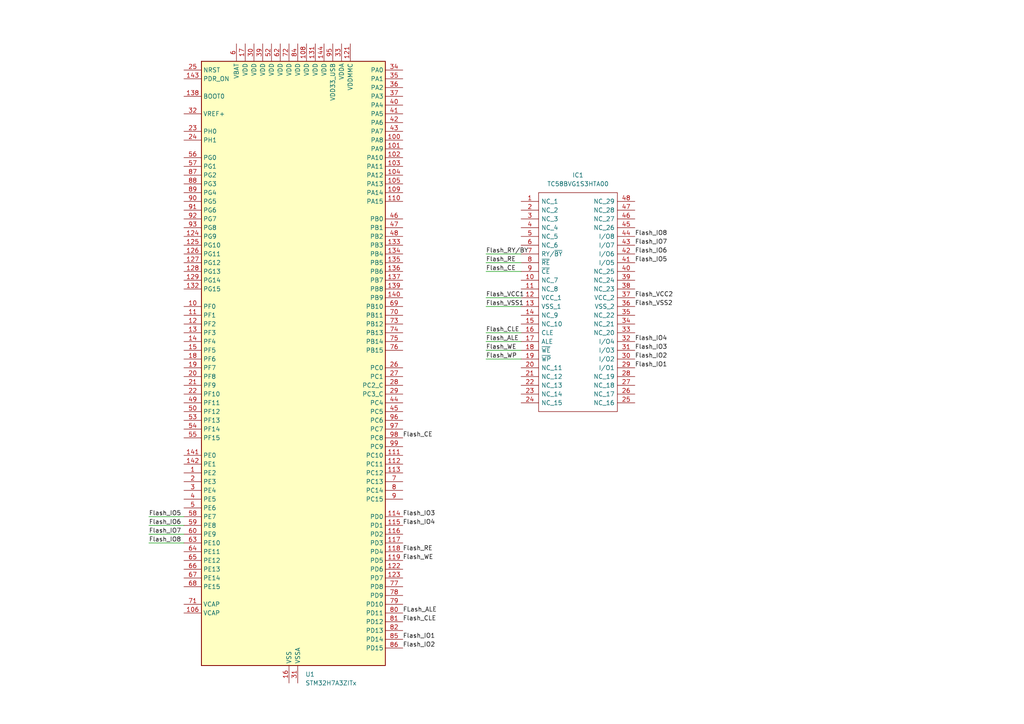
<source format=kicad_sch>
(kicad_sch (version 20231120) (generator "eeschema") (generator_version "8.0")
  (paper "A4")
  (lib_symbols
    (symbol "MCU_ST_STM32H7:STM32H7A3ZITx"
      (property "Reference" "U" (at -25.4 90.17 0))
      (property "Value" "STM32H7A3ZITx" (at 20.32 90.17 0))
      (symbol "STM32H7A3ZITx_0_1"
        (rectangle (start -25.4 -86.36) (end 27.94 88.9) (stroke (width 0.254)) (fill (type background)))
      )
      (symbol "STM32H7A3ZITx_1_1"
        (pin bidirectional line (at -30.48 -30.48 0) (length 5.08) (name "PE2") (number "1"))
        (pin bidirectional line (at -30.48 17.78 0) (length 5.08) (name "PF0") (number "10"))
        (pin bidirectional line (at 33.02 66.04 180) (length 5.08) (name "PA8") (number "100"))
        (pin bidirectional line (at 33.02 63.5 180) (length 5.08) (name "PA9") (number "101"))
        (pin bidirectional line (at 33.02 60.96 180) (length 5.08) (name "PA10") (number "102"))
        (pin bidirectional line (at 33.02 58.42 180) (length 5.08) (name "PA11") (number "103"))
        (pin bidirectional line (at 33.02 55.88 180) (length 5.08) (name "PA12") (number "104"))
        (pin bidirectional line (at 33.02 53.34 180) (length 5.08) (name "PA13") (number "105"))
        (pin power_out line (at -30.48 -71.12 0) (length 5.08) (name "VCAP") (number "106"))
        (pin passive line (at 0 -91.44 90) (length 5.08) hide (name "VSS") (number "107"))
        (pin power_in line (at 5.08 93.98 270) (length 5.08) (name "VDD") (number "108"))
        (pin bidirectional line (at 33.02 50.8 180) (length 5.08) (name "PA14") (number "109"))
        (pin bidirectional line (at -30.48 15.24 0) (length 5.08) (name "PF1") (number "11"))
        (pin bidirectional line (at 33.02 48.26 180) (length 5.08) (name "PA15") (number "110"))
        (pin bidirectional line (at 33.02 -25.4 180) (length 5.08) (name "PC10") (number "111"))
        (pin bidirectional line (at 33.02 -27.94 180) (length 5.08) (name "PC11") (number "112"))
        (pin bidirectional line (at 33.02 -30.48 180) (length 5.08) (name "PC12") (number "113"))
        (pin bidirectional line (at 33.02 -43.18 180) (length 5.08) (name "PD0") (number "114"))
        (pin bidirectional line (at 33.02 -45.72 180) (length 5.08) (name "PD1") (number "115"))
        (pin bidirectional line (at 33.02 -48.26 180) (length 5.08) (name "PD2") (number "116"))
        (pin bidirectional line (at 33.02 -50.8 180) (length 5.08) (name "PD3") (number "117"))
        (pin bidirectional line (at 33.02 -53.34 180) (length 5.08) (name "PD4") (number "118"))
        (pin bidirectional line (at 33.02 -55.88 180) (length 5.08) (name "PD5") (number "119"))
        (pin bidirectional line (at -30.48 12.7 0) (length 5.08) (name "PF2") (number "12"))
        (pin passive line (at 0 -91.44 90) (length 5.08) hide (name "VSS") (number "120"))
        (pin power_in line (at 17.78 93.98 270) (length 5.08) (name "VDDMMC") (number "121"))
        (pin bidirectional line (at 33.02 -58.42 180) (length 5.08) (name "PD6") (number "122"))
        (pin bidirectional line (at 33.02 -60.96 180) (length 5.08) (name "PD7") (number "123"))
        (pin bidirectional line (at -30.48 38.1 0) (length 5.08) (name "PG9") (number "124"))
        (pin bidirectional line (at -30.48 35.56 0) (length 5.08) (name "PG10") (number "125"))
        (pin bidirectional line (at -30.48 33.02 0) (length 5.08) (name "PG11") (number "126"))
        (pin bidirectional line (at -30.48 30.48 0) (length 5.08) (name "PG12") (number "127"))
        (pin bidirectional line (at -30.48 27.94 0) (length 5.08) (name "PG13") (number "128"))
        (pin bidirectional line (at -30.48 25.4 0) (length 5.08) (name "PG14") (number "129"))
        (pin bidirectional line (at -30.48 10.16 0) (length 5.08) (name "PF3") (number "13"))
        (pin passive line (at 0 -91.44 90) (length 5.08) hide (name "VSS") (number "130"))
        (pin power_in line (at 7.62 93.98 270) (length 5.08) (name "VDD") (number "131"))
        (pin bidirectional line (at -30.48 22.86 0) (length 5.08) (name "PG15") (number "132"))
        (pin bidirectional line (at 33.02 35.56 180) (length 5.08) (name "PB3") (number "133"))
        (pin bidirectional line (at 33.02 33.02 180) (length 5.08) (name "PB4") (number "134"))
        (pin bidirectional line (at 33.02 30.48 180) (length 5.08) (name "PB5") (number "135"))
        (pin bidirectional line (at 33.02 27.94 180) (length 5.08) (name "PB6") (number "136"))
        (pin bidirectional line (at 33.02 25.4 180) (length 5.08) (name "PB7") (number "137"))
        (pin input line (at -30.48 78.74 0) (length 5.08) (name "BOOT0") (number "138"))
        (pin bidirectional line (at 33.02 22.86 180) (length 5.08) (name "PB8") (number "139"))
        (pin bidirectional line (at -30.48 7.62 0) (length 5.08) (name "PF4") (number "14"))
        (pin bidirectional line (at 33.02 20.32 180) (length 5.08) (name "PB9") (number "140"))
        (pin bidirectional line (at -30.48 -25.4 0) (length 5.08) (name "PE0") (number "141"))
        (pin bidirectional line (at -30.48 -27.94 0) (length 5.08) (name "PE1") (number "142"))
        (pin input line (at -30.48 83.82 0) (length 5.08) (name "PDR_ON") (number "143"))
        (pin power_in line (at 10.16 93.98 270) (length 5.08) (name "VDD") (number "144"))
        (pin bidirectional line (at -30.48 5.08 0) (length 5.08) (name "PF5") (number "15"))
        (pin power_in line (at 0 -91.44 90) (length 5.08) (name "VSS") (number "16"))
        (pin power_in line (at -12.7 93.98 270) (length 5.08) (name "VDD") (number "17"))
        (pin bidirectional line (at -30.48 2.54 0) (length 5.08) (name "PF6") (number "18"))
        (pin bidirectional line (at -30.48 0 0) (length 5.08) (name "PF7") (number "19"))
        (pin bidirectional line (at -30.48 -33.02 0) (length 5.08) (name "PE3") (number "2"))
        (pin bidirectional line (at -30.48 -2.54 0) (length 5.08) (name "PF8") (number "20"))
        (pin bidirectional line (at -30.48 -5.08 0) (length 5.08) (name "PF9") (number "21"))
        (pin bidirectional line (at -30.48 -7.62 0) (length 5.08) (name "PF10") (number "22"))
        (pin bidirectional line (at -30.48 68.58 0) (length 5.08) (name "PH0") (number "23"))
        (pin bidirectional line (at -30.48 66.04 0) (length 5.08) (name "PH1") (number "24"))
        (pin input line (at -30.48 86.36 0) (length 5.08) (name "NRST") (number "25"))
        (pin bidirectional line (at 33.02 0 180) (length 5.08) (name "PC0") (number "26"))
        (pin bidirectional line (at 33.02 -2.54 180) (length 5.08) (name "PC1") (number "27"))
        (pin bidirectional line (at 33.02 -5.08 180) (length 5.08) (name "PC2_C") (number "28"))
        (pin bidirectional line (at 33.02 -7.62 180) (length 5.08) (name "PC3_C") (number "29"))
        (pin bidirectional line (at -30.48 -35.56 0) (length 5.08) (name "PE4") (number "3"))
        (pin power_in line (at -10.16 93.98 270) (length 5.08) (name "VDD") (number "30"))
        (pin power_in line (at 2.54 -91.44 90) (length 5.08) (name "VSSA") (number "31"))
        (pin input line (at -30.48 73.66 0) (length 5.08) (name "VREF+") (number "32"))
        (pin power_in line (at 15.24 93.98 270) (length 5.08) (name "VDDA") (number "33"))
        (pin bidirectional line (at 33.02 86.36 180) (length 5.08) (name "PA0") (number "34"))
        (pin bidirectional line (at 33.02 83.82 180) (length 5.08) (name "PA1") (number "35"))
        (pin bidirectional line (at 33.02 81.28 180) (length 5.08) (name "PA2") (number "36"))
        (pin bidirectional line (at 33.02 78.74 180) (length 5.08) (name "PA3") (number "37"))
        (pin passive line (at 0 -91.44 90) (length 5.08) hide (name "VSS") (number "38"))
        (pin power_in line (at -7.62 93.98 270) (length 5.08) (name "VDD") (number "39"))
        (pin bidirectional line (at -30.48 -38.1 0) (length 5.08) (name "PE5") (number "4"))
        (pin bidirectional line (at 33.02 76.2 180) (length 5.08) (name "PA4") (number "40"))
        (pin bidirectional line (at 33.02 73.66 180) (length 5.08) (name "PA5") (number "41"))
        (pin bidirectional line (at 33.02 71.12 180) (length 5.08) (name "PA6") (number "42"))
        (pin bidirectional line (at 33.02 68.58 180) (length 5.08) (name "PA7") (number "43"))
        (pin bidirectional line (at 33.02 -10.16 180) (length 5.08) (name "PC4") (number "44"))
        (pin bidirectional line (at 33.02 -12.7 180) (length 5.08) (name "PC5") (number "45"))
        (pin bidirectional line (at 33.02 43.18 180) (length 5.08) (name "PB0") (number "46"))
        (pin bidirectional line (at 33.02 40.64 180) (length 5.08) (name "PB1") (number "47"))
        (pin bidirectional line (at 33.02 38.1 180) (length 5.08) (name "PB2") (number "48"))
        (pin bidirectional line (at -30.48 -10.16 0) (length 5.08) (name "PF11") (number "49"))
        (pin bidirectional line (at -30.48 -40.64 0) (length 5.08) (name "PE6") (number "5"))
        (pin bidirectional line (at -30.48 -12.7 0) (length 5.08) (name "PF12") (number "50"))
        (pin passive line (at 0 -91.44 90) (length 5.08) hide (name "VSS") (number "51"))
        (pin power_in line (at -5.08 93.98 270) (length 5.08) (name "VDD") (number "52"))
        (pin bidirectional line (at -30.48 -15.24 0) (length 5.08) (name "PF13") (number "53"))
        (pin bidirectional line (at -30.48 -17.78 0) (length 5.08) (name "PF14") (number "54"))
        (pin bidirectional line (at -30.48 -20.32 0) (length 5.08) (name "PF15") (number "55"))
        (pin bidirectional line (at -30.48 60.96 0) (length 5.08) (name "PG0") (number "56"))
        (pin bidirectional line (at -30.48 58.42 0) (length 5.08) (name "PG1") (number "57"))
        (pin bidirectional line (at -30.48 -43.18 0) (length 5.08) (name "PE7") (number "58"))
        (pin bidirectional line (at -30.48 -45.72 0) (length 5.08) (name "PE8") (number "59"))
        (pin power_in line (at -15.24 93.98 270) (length 5.08) (name "VBAT") (number "6"))
        (pin bidirectional line (at -30.48 -48.26 0) (length 5.08) (name "PE9") (number "60"))
        (pin passive line (at 0 -91.44 90) (length 5.08) hide (name "VSS") (number "61"))
        (pin power_in line (at -2.54 93.98 270) (length 5.08) (name "VDD") (number "62"))
        (pin bidirectional line (at -30.48 -50.8 0) (length 5.08) (name "PE10") (number "63"))
        (pin bidirectional line (at -30.48 -53.34 0) (length 5.08) (name "PE11") (number "64"))
        (pin bidirectional line (at -30.48 -55.88 0) (length 5.08) (name "PE12") (number "65"))
        (pin bidirectional line (at -30.48 -58.42 0) (length 5.08) (name "PE13") (number "66"))
        (pin bidirectional line (at -30.48 -60.96 0) (length 5.08) (name "PE14") (number "67"))
        (pin bidirectional line (at -30.48 -63.5 0) (length 5.08) (name "PE15") (number "68"))
        (pin bidirectional line (at 33.02 17.78 180) (length 5.08) (name "PB10") (number "69"))
        (pin bidirectional line (at 33.02 -33.02 180) (length 5.08) (name "PC13") (number "7"))
        (pin bidirectional line (at 33.02 15.24 180) (length 5.08) (name "PB11") (number "70"))
        (pin power_out line (at -30.48 -68.58 0) (length 5.08) (name "VCAP") (number "71"))
        (pin power_in line (at 0 93.98 270) (length 5.08) (name "VDD") (number "72"))
        (pin bidirectional line (at 33.02 12.7 180) (length 5.08) (name "PB12") (number "73"))
        (pin bidirectional line (at 33.02 10.16 180) (length 5.08) (name "PB13") (number "74"))
        (pin bidirectional line (at 33.02 7.62 180) (length 5.08) (name "PB14") (number "75"))
        (pin bidirectional line (at 33.02 5.08 180) (length 5.08) (name "PB15") (number "76"))
        (pin bidirectional line (at 33.02 -63.5 180) (length 5.08) (name "PD8") (number "77"))
        (pin bidirectional line (at 33.02 -66.04 180) (length 5.08) (name "PD9") (number "78"))
        (pin bidirectional line (at 33.02 -68.58 180) (length 5.08) (name "PD10") (number "79"))
        (pin bidirectional line (at 33.02 -35.56 180) (length 5.08) (name "PC14") (number "8"))
        (pin bidirectional line (at 33.02 -71.12 180) (length 5.08) (name "PD11") (number "80"))
        (pin bidirectional line (at 33.02 -73.66 180) (length 5.08) (name "PD12") (number "81"))
        (pin bidirectional line (at 33.02 -76.2 180) (length 5.08) (name "PD13") (number "82"))
        (pin passive line (at 0 -91.44 90) (length 5.08) hide (name "VSS") (number "83"))
        (pin power_in line (at 2.54 93.98 270) (length 5.08) (name "VDD") (number "84"))
        (pin bidirectional line (at 33.02 -78.74 180) (length 5.08) (name "PD14") (number "85"))
        (pin bidirectional line (at 33.02 -81.28 180) (length 5.08) (name "PD15") (number "86"))
        (pin bidirectional line (at -30.48 55.88 0) (length 5.08) (name "PG2") (number "87"))
        (pin bidirectional line (at -30.48 53.34 0) (length 5.08) (name "PG3") (number "88"))
        (pin bidirectional line (at -30.48 50.8 0) (length 5.08) (name "PG4") (number "89"))
        (pin bidirectional line (at 33.02 -38.1 180) (length 5.08) (name "PC15") (number "9"))
        (pin bidirectional line (at -30.48 48.26 0) (length 5.08) (name "PG5") (number "90"))
        (pin bidirectional line (at -30.48 45.72 0) (length 5.08) (name "PG6") (number "91"))
        (pin bidirectional line (at -30.48 43.18 0) (length 5.08) (name "PG7") (number "92"))
        (pin bidirectional line (at -30.48 40.64 0) (length 5.08) (name "PG8") (number "93"))
        (pin passive line (at 0 -91.44 90) (length 5.08) hide (name "VSS") (number "94"))
        (pin power_in line (at 12.7 93.98 270) (length 5.08) (name "VDD33_USB") (number "95"))
        (pin bidirectional line (at 33.02 -15.24 180) (length 5.08) (name "PC6") (number "96"))
        (pin bidirectional line (at 33.02 -17.78 180) (length 5.08) (name "PC7") (number "97"))
        (pin bidirectional line (at 33.02 -20.32 180) (length 5.08) (name "PC8") (number "98"))
        (pin bidirectional line (at 33.02 -22.86 180) (length 5.08) (name "PC9") (number "99"))
      )
    )
    (symbol "TC58BVG1S3HTA00:TC58BVG1S3HTA00" (pin_names (offset 0.762))
      (property "Reference" "IC" (at 29.21 7.62 0))
      (property "Value" "TC58BVG1S3HTA00" (at 29.21 5.08 0))
      (symbol "TC58BVG1S3HTA00_0_0"
        (pin passive line (at 0 0 0) (length 5.08) (name "NC_1") (number "1"))
        (pin passive line (at 0 -22.86 0) (length 5.08) (name "NC_7") (number "10"))
        (pin passive line (at 0 -25.4 0) (length 5.08) (name "NC_8") (number "11"))
        (pin passive line (at 0 -27.94 0) (length 5.08) (name "VCC_1") (number "12"))
        (pin passive line (at 0 -30.48 0) (length 5.08) (name "VSS_1") (number "13"))
        (pin passive line (at 0 -33.02 0) (length 5.08) (name "NC_9") (number "14"))
        (pin passive line (at 0 -35.56 0) (length 5.08) (name "NC_10") (number "15"))
        (pin passive line (at 0 -38.1 0) (length 5.08) (name "CLE") (number "16"))
        (pin passive line (at 0 -40.64 0) (length 5.08) (name "ALE") (number "17"))
        (pin passive line (at 0 -43.18 0) (length 5.08) (name "~{WE}") (number "18"))
        (pin passive line (at 0 -45.72 0) (length 5.08) (name "~{WP}") (number "19"))
        (pin passive line (at 0 -2.54 0) (length 5.08) (name "NC_2") (number "2"))
        (pin passive line (at 0 -48.26 0) (length 5.08) (name "NC_11") (number "20"))
        (pin passive line (at 0 -50.8 0) (length 5.08) (name "NC_12") (number "21"))
        (pin passive line (at 0 -53.34 0) (length 5.08) (name "NC_13") (number "22"))
        (pin passive line (at 0 -55.88 0) (length 5.08) (name "NC_14") (number "23"))
        (pin passive line (at 0 -58.42 0) (length 5.08) (name "NC_15") (number "24"))
        (pin passive line (at 33.02 -58.42 180) (length 5.08) (name "NC_16") (number "25"))
        (pin passive line (at 33.02 -55.88 180) (length 5.08) (name "NC_17") (number "26"))
        (pin passive line (at 33.02 -53.34 180) (length 5.08) (name "NC_18") (number "27"))
        (pin passive line (at 33.02 -50.8 180) (length 5.08) (name "NC_19") (number "28"))
        (pin passive line (at 33.02 -48.26 180) (length 5.08) (name "I/O1") (number "29"))
        (pin passive line (at 0 -5.08 0) (length 5.08) (name "NC_3") (number "3"))
        (pin passive line (at 33.02 -45.72 180) (length 5.08) (name "I/O2") (number "30"))
        (pin passive line (at 33.02 -43.18 180) (length 5.08) (name "I/O3") (number "31"))
        (pin passive line (at 33.02 -40.64 180) (length 5.08) (name "I/O4") (number "32"))
        (pin passive line (at 33.02 -38.1 180) (length 5.08) (name "NC_20") (number "33"))
        (pin passive line (at 33.02 -35.56 180) (length 5.08) (name "NC_21") (number "34"))
        (pin passive line (at 33.02 -33.02 180) (length 5.08) (name "NC_22") (number "35"))
        (pin passive line (at 33.02 -30.48 180) (length 5.08) (name "VSS_2") (number "36"))
        (pin passive line (at 33.02 -27.94 180) (length 5.08) (name "VCC_2") (number "37"))
        (pin passive line (at 33.02 -25.4 180) (length 5.08) (name "NC_23") (number "38"))
        (pin passive line (at 33.02 -22.86 180) (length 5.08) (name "NC_24") (number "39"))
        (pin passive line (at 0 -7.62 0) (length 5.08) (name "NC_4") (number "4"))
        (pin passive line (at 33.02 -20.32 180) (length 5.08) (name "NC_25") (number "40"))
        (pin passive line (at 33.02 -17.78 180) (length 5.08) (name "I/O5") (number "41"))
        (pin passive line (at 33.02 -15.24 180) (length 5.08) (name "I/O6") (number "42"))
        (pin passive line (at 33.02 -12.7 180) (length 5.08) (name "I/O7") (number "43"))
        (pin passive line (at 33.02 -10.16 180) (length 5.08) (name "I/O8") (number "44"))
        (pin passive line (at 33.02 -7.62 180) (length 5.08) (name "NC_26") (number "45"))
        (pin passive line (at 33.02 -5.08 180) (length 5.08) (name "NC_27") (number "46"))
        (pin passive line (at 33.02 -2.54 180) (length 5.08) (name "NC_28") (number "47"))
        (pin passive line (at 33.02 0 180) (length 5.08) (name "NC_29") (number "48"))
        (pin passive line (at 0 -10.16 0) (length 5.08) (name "NC_5") (number "5"))
        (pin passive line (at 0 -12.7 0) (length 5.08) (name "NC_6") (number "6"))
        (pin passive line (at 0 -15.24 0) (length 5.08) (name "RY/~{BY}") (number "7"))
        (pin passive line (at 0 -17.78 0) (length 5.08) (name "~{RE}") (number "8"))
        (pin passive line (at 0 -20.32 0) (length 5.08) (name "~{CE}") (number "9"))
      )
      (symbol "TC58BVG1S3HTA00_0_1"
        (polyline (pts (xy 5.08 2.54) (xy 27.94 2.54) (xy 27.94 -60.96) (xy 5.08 -60.96) (xy 5.08 2.54)) (stroke (width 0.1524)))
      )
    )
  )
  (wire (pts (xy 43.18 154.94) (xy 53.34 154.94)))
  (wire (pts (xy 140.97 86.36) (xy 151.13 86.36)))
  (wire (pts (xy 140.97 101.6) (xy 151.13 101.6)))
  (wire (pts (xy 140.97 96.52) (xy 151.13 96.52)))
  (wire (pts (xy 140.97 88.9) (xy 151.13 88.9)))
  (wire (pts (xy 140.97 78.74) (xy 151.13 78.74)))
  (wire (pts (xy 43.18 149.86) (xy 53.34 149.86)))
  (wire (pts (xy 43.18 157.48) (xy 53.34 157.48)))
  (wire (pts (xy 140.97 99.06) (xy 151.13 99.06)))
  (wire (pts (xy 43.18 152.4) (xy 53.34 152.4)))
  (wire (pts (xy 140.97 76.2) (xy 151.13 76.2)))
  (wire (pts (xy 140.97 104.14) (xy 151.13 104.14)))
  (wire (pts (xy 140.97 73.66) (xy 151.13 73.66)))
  (label "Flash_WE" (at 116.84 162.56 0))
  (label "Flash_IO8" (at 184.15 68.58 0))
  (label "Flash_RY{slash}BY" (at 140.97 73.66 0))
  (label "Flash_RE" (at 140.97 76.2 0))
  (label "Flash_CLE" (at 116.84 180.34 0))
  (label "Flash_IO7" (at 184.15 71.12 0))
  (label "Flash_RE" (at 116.84 160.02 0))
  (label "Flash_IO1" (at 116.84 185.42 0))
  (label "Flash_VCC2" (at 184.15 86.36 0))
  (label "Flash_CLE" (at 140.97 96.52 0))
  (label "Flash_WE" (at 140.97 101.6 0))
  (label "Flash_IO3" (at 184.15 101.6 0))
  (label "Flash_IO2" (at 116.84 187.96 0))
  (label "Flash_IO5" (at 43.18 149.86 0))
  (label "Flash_IO2" (at 184.15 104.14 0))
  (label "Flash_IO7" (at 43.18 154.94 0))
  (label "Flash_IO1" (at 184.15 106.68 0))
  (label "Flash_VCC1" (at 140.97 86.36 0))
  (label "FLash_ALE" (at 116.84 177.8 0))
  (label "Flash_IO5" (at 184.15 76.2 0))
  (label "Flash_IO8" (at 43.18 157.48 0))
  (label "Flash_WP" (at 140.97 104.14 0))
  (label "Flash_CE" (at 140.97 78.74 0))
  (label "Flash_IO4" (at 116.84 152.4 0))
  (label "Flash_ALE" (at 140.97 99.06 0))
  (label "Flash_IO4" (at 184.15 99.06 0))
  (label "Flash_IO6" (at 184.15 73.66 0))
  (label "Flash_IO3" (at 116.84 149.86 0))
  (label "Flash_VSS1" (at 140.97 88.9 0))
  (label "Flash_IO6" (at 43.18 152.4 0))
  (label "Flash_CE" (at 116.84 127 0))
  (label "Flash_VSS2" (at 184.15 88.9 0))
  (symbol (lib_id "TC58BVG1S3HTA00:TC58BVG1S3HTA00") (at 151.13 58.42 0) (unit 1)
    (property "Reference" "IC1" (at 167.64 50.8 0))
    (property "Value" "TC58BVG1S3HTA00" (at 167.64 53.34 0))
    (property "Footprint" "SOP50P2000X120-48N" (effects (hide yes)))
    (property "Datasheet" "https://www.arrow.com/en/products/tc58bvg1s3hta00/kioxia-corporation?region=nac" (effects (hide yes)))
    (property "Description" "NAND Flash 3.3V 2Gb 24nm SLC NAND (EEPROM)" (effects (hide yes)))
    (property "Description_1" "NAND Flash 3.3V 2Gb 24nm SLC NAND (EEPROM)" (effects (hide yes)))
    (property "Height" "1.2" (effects (hide yes)))
    (property "Manufacturer_Name" "KIOXIA Corporation" (effects (hide yes)))
    (property "Manufacturer_Part_Number" "TC58BVG1S3HTA00" (effects (hide yes)))
    (property "Arrow Part Number" "TC58BVG1S3HTA00" (effects (hide yes)))
    (property "Arrow Price/Stock" "https://www.arrow.com/en/products/tc58bvg1s3hta00/kioxia-corporation?region=nac" (effects (hide yes)))
  )
  (symbol (lib_id "MCU_ST_STM32H7:STM32H7A3ZITx") (at 83.82 106.68 0) (unit 1)
    (property "Reference" "U1" (at 88.5541 195.58 0) (effects (justify left)))
    (property "Value" "STM32H7A3ZITx" (at 88.5541 198.12 0) (effects (justify left)))
    (property "Footprint" "Package_QFP:LQFP-144_20x20mm_P0.5mm" (effects (hide yes)))
    (property "Datasheet" "https://www.st.com/resource/en/datasheet/stm32h7a3zi.pdf" (effects (hide yes)))
    (property "Description" "STMicroelectronics Arm Cortex-M7 MCU, 2048KB flash, 1184KB RAM, 280 MHz, 1.62-3.6V, 114 GPIO, LQFP144" (effects (hide yes)))
  )
)
</source>
